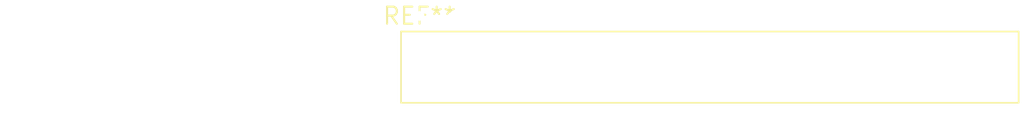
<source format=kicad_pcb>
(kicad_pcb (version 20240108) (generator pcbnew)
  (layers (0 "F.Cu" signal) (31 "B.Cu" signal) (34 "B.Paste" user) (35 "F.Paste" user) (36 "B.SilkS" user "B.Silkscreen") (37 "F.SilkS" user "F.Silkscreen") (38 "B.Mask" user) (39 "F.Mask" user) (44 "Edge.Cuts" user))
  (net 0 "")
  (footprint "Samtec_HLE-118-02-xx-DV-PE-LC_2x18_P2.54mm_Horizontal" (layer "F.Cu") (at 0 0)
    (property "Reference" "REF**")
    (property "Value" "Samtec_HLE-118-02-xx-DV-PE-LC_2x18_P2.54mm_Horizontal")
    (fp_line (start -1.38 1.16) (end 44.56 1.16) (layer "F.SilkS") (stroke (width 0.12)))
    (fp_line (start -1.38 6.46) (end -1.38 1.16) (layer "F.SilkS") (stroke (width 0.12)))
    (fp_line (start 44.56 1.16) (end 44.56 6.46) (layer "F.SilkS") (stroke (width 0.12)))
    (fp_line (start 44.56 6.46) (end -1.38 6.46) (layer "F.SilkS") (stroke (width 0.12)))
    (pad "" np_thru_hole circle (at 0 2.54) (size 1.4 1.4) (drill 1.4) (layers *.Cu *.Mask))
    (pad "" np_thru_hole circle (at 0 5.08) (size 1.4 1.4) (drill 1.4) (layers *.Cu *.Mask))
    (pad "" np_thru_hole circle (at 1.27 3.81) (size 1.19 1.19) (drill 1.19) (layers *.Cu *.Mask))
    (pad "" np_thru_hole circle (at 2.54 2.54) (size 1.4 1.4) (drill 1.4) (layers *.Cu *.Mask))
    (pad "" np_thru_hole circle (at 2.54 5.08) (size 1.4 1.4) (drill 1.4) (layers *.Cu *.Mask))
    (pad "" np_thru_hole circle (at 5.08 2.54) (size 1.4 1.4) (drill 1.4) (layers *.Cu *.Mask))
    (pad "" np_thru_hole circle (at 5.08 5.08) (size 1.4 1.4) (drill 1.4) (layers *.Cu *.Mask))
    (pad "" np_thru_hole circle (at 7.62 2.54) (size 1.4 1.4) (drill 1.4) (layers *.Cu *.Mask))
    (pad "" np_thru_hole circle (at 7.62 5.08) (size 1.4 1.4) (drill 1.4) (layers *.Cu *.Mask))
    (pad "" np_thru_hole circle (at 10.16 2.54) (size 1.4 1.4) (drill 1.4) (layers *.Cu *.Mask))
    (pad "" np_thru_hole circle (at 10.16 5.08) (size 1.4 1.4) (drill 1.4) (layers *.Cu *.Mask))
    (pad "" np_thru_hole circle (at 12.7 2.54) (size 1.4 1.4) (drill 1.4) (layers *.Cu *.Mask))
    (pad "" np_thru_hole circle (at 12.7 5.08) (size 1.4 1.4) (drill 1.4) (layers *.Cu *.Mask))
    (pad "" np_thru_hole circle (at 15.24 2.54) (size 1.4 1.4) (drill 1.4) (layers *.Cu *.Mask))
    (pad "" np_thru_hole circle (at 15.24 5.08) (size 1.4 1.4) (drill 1.4) (layers *.Cu *.Mask))
    (pad "" np_thru_hole circle (at 17.78 2.54) (size 1.4 1.4) (drill 1.4) (layers *.Cu *.Mask))
    (pad "" np_thru_hole circle (at 17.78 5.08) (size 1.4 1.4) (drill 1.4) (layers *.Cu *.Mask))
    (pad "" np_thru_hole circle (at 20.32 2.54) (size 1.4 1.4) (drill 1.4) (layers *.Cu *.Mask))
    (pad "" np_thru_hole circle (at 20.32 5.08) (size 1.4 1.4) (drill 1.4) (layers *.Cu *.Mask))
    (pad "" np_thru_hole circle (at 22.86 2.54) (size 1.4 1.4) (drill 1.4) (layers *.Cu *.Mask))
    (pad "" np_thru_hole circle (at 22.86 5.08) (size 1.4 1.4) (drill 1.4) (layers *.Cu *.Mask))
    (pad "" np_thru_hole circle (at 25.4 2.54) (size 1.4 1.4) (drill 1.4) (layers *.Cu *.Mask))
    (pad "" np_thru_hole circle (at 25.4 5.08) (size 1.4 1.4) (drill 1.4) (layers *.Cu *.Mask))
    (pad "" np_thru_hole circle (at 27.94 2.54) (size 1.4 1.4) (drill 1.4) (layers *.Cu *.Mask))
    (pad "" np_thru_hole circle (at 27.94 5.08) (size 1.4 1.4) (drill 1.4) (layers *.Cu *.Mask))
    (pad "" np_thru_hole circle (at 30.48 2.54) (size 1.4 1.4) (drill 1.4) (layers *.Cu *.Mask))
    (pad "" np_thru_hole circle (at 30.48 5.08) (size 1.4 1.4) (drill 1.4) (layers *.Cu *.Mask))
    (pad "" np_thru_hole circle (at 33.02 2.54) (size 1.4 1.4) (drill 1.4) (layers *.Cu *.Mask))
    (pad "" np_thru_hole circle (at 33.02 5.08) (size 1.4 1.4) (drill 1.4) (layers *.Cu *.Mask))
    (pad "" np_thru_hole circle (at 35.56 2.54) (size 1.4 1.4) (drill 1.4) (layers *.Cu *.Mask))
    (pad "" np_thru_hole circle (at 35.56 5.08) (size 1.4 1.4) (drill 1.4) (layers *.Cu *.Mask))
    (pad "" np_thru_hole circle (at 38.1 2.54) (size 1.4 1.4) (drill 1.4) (layers *.Cu *.Mask))
    (pad "" np_thru_hole circle (at 38.1 5.08) (size 1.4 1.4) (drill 1.4) (layers *.Cu *.Mask))
    (pad "" np_thru_hole circle (at 40.64 2.54) (size 1.4 1.4) (drill 1.4) (layers *.Cu *.Mask))
    (pad "" np_thru_hole circle (at 40.64 5.08) (size 1.4 1.4) (drill 1.4) (layers *.Cu *.Mask))
    (pad "" np_thru_hole circle (at 41.91 3.81) (size 1.19 1.19) (drill 1.19) (layers *.Cu *.Mask))
    (pad "" np_thru_hole circle (at 43.18 2.54) (size 1.4 1.4) (drill 1.4) (layers *.Cu *.Mask))
    (pad "" np_thru_hole circle (at 43.18 5.08) (size 1.4 1.4) (drill 1.4) (layers *.Cu *.Mask))
    (pad "1" thru_hole roundrect (at 0 0) (size 1.31 1.31) (drill 0.71) (layers *.Cu *.Mask) (remove_unused_layers) (roundrect_rratio 0.19084))
    (pad "2" thru_hole circle (at 0 7.62) (size 1.31 1.31) (drill 0.71) (layers *.Cu *.Mask) (remove_unused_layers))
    (pad "3" thru_hole circle (at 2.54 0) (size 1.31 1.31) (drill 0.71) (layers *.Cu *.Mask) (remove_unused_layers))
    (pad "4" thru_hole circle (at 2.54 7.62) (size 1.31 1.31) (drill 0.71) (layers *.Cu *.Mask) (remove_unused_layers))
    (pad "5" thru_hole circle (at 5.08 0) (size 1.31 1.31) (drill 0.71) (layers *.Cu *.Mask) (remove_unused_layers))
    (pad "6" thru_hole circle (at 5.08 7.62) (size 1.31 1.31) (drill 0.71) (layers *.Cu *.Mask) (remove_unused_layers))
    (pad "7" thru_hole circle (at 7.62 0) (size 1.31 1.31) (drill 0.71) (layers *.Cu *.Mask) (remove_unused_layers))
    (pad "8" thru_hole circle (at 7.62 7.62) (size 1.31 1.31) (drill 0.71) (layers *.Cu *.Mask) (remove_unused_layers))
    (pad "9" thru_hole circle (at 10.16 0) (size 1.31 1.31) (drill 0.71) (layers *.Cu *.Mask) (remove_unused_layers))
    (pad "10" thru_hole circle (at 10.16 7.62) (size 1.31 1.31) (drill 0.71) (layers *.Cu *.Mask) (remove_unused_layers))
    (pad "11" thru_hole circle (at 12.7 0) (size 1.31 1.31) (drill 0.71) (layers *.Cu *.Mask) (remove_unused_layers))
    (pad "12" thru_hole circle (at 12.7 7.62) (size 1.31 1.31) (drill 0.71) (layers *.Cu *.Mask) (remove_unused_layers))
    (pad "13" thru_hole circle (at 15.24 0) (size 1.31 1.31) (drill 0.71) (layers *.Cu *.Mask) (remove_unused_layers))
    (pad "14" thru_hole circle (at 15.24 7.62) (size 1.31 1.31) (drill 0.71) (layers *.Cu *.Mask) (remove_unused_layers))
    (pad "15" thru_hole circle (at 17.78 0) (size 1.31 1.31) (drill 0.71) (layers *.Cu *.Mask) (remove_unused_layers))
    (pad "16" thru_hole circle (at 17.78 7.62) (size 1.31 1.31) (drill 0.71) (layers *.Cu *.Mask) (remove_unused_layers))
    (pad "17" thru_hole circle (at 20.32 0) (size 1.31 1.31) (drill 0.71) (layers *.Cu *.Mask) (remove_unused_layers))
    (pad "18" thru_hole circle (at 20.32 7.62) (size 1.31 1.31) (drill 0.71) (layers *.Cu *.Mask) (remove_unused_layers))
    (pad "19" thru_hole circle (at 22.86 0) (size 1.31 1.31) (drill 0.71) (layers *.Cu *.Mask) (remove_unused_layers))
    (pad "20" thru_hole circle (at 22.86 7.62) (size 1.31 1.31) (drill 0.71) (layers *.Cu *.Mask) (remove_unused_layers))
    (pad "21" thru_hole circle (at 25.4 0) (size 1.31 1.31) (drill 0.71) (layers *.Cu *.Mask) (remove_unused_layers))
    (pad "22" thru_hole circle (at 25.4 7.62) (size 1.31 1.31) (drill 0.71) (layers *.Cu *.Mask) (remove_unused_layers))
    (pad "23" thru_hole circle (at 27.94 0) (size 1.31 1.31) (drill 0.71) (layers *.Cu *.Mask) (remove_unused_layers))
    (pad "24" thru_hole circle (at 27.94 7.62) (size 1.31 1.31) (drill 0.71) (layers *.Cu *.Mask) (remove_unused_layers))
    (pad "25" thru_hole circle (at 30.48 0) (size 1.31 1.31) (drill 0.71) (layers *.Cu *.Mask) (remove_unused_layers))
    (pad "26" thru_hole circle (at 30.48 7.62) (size 1.31 1.31) (drill 0.71) (layers *.Cu *.Mask) (remove_unused_layers))
    (pad "27" thru_hole circle (at 33.02 0) (size 1.31 1.31) (drill 0.71) (layers *.Cu *.Mask) (remove_unused_layers))
    (pad "28" thru_hole circle (at 33.02 7.62) (size 1.31 1.31) (drill 0.71) (layers *.Cu *.Mask) (remove_unused_layers))
    (pad "29" thru_hole circle (at 35.56 0) (size 1.31 1.31) (drill 0.71) (layers *.Cu *.Mask) (remove_unused_layers))
    (pad "30" thru_hole circle (at 35.56 7.62) (size 1.31 1.31) (drill 0.71) (layers *.Cu *.Mask) (remove_unused_layers))
    (pad "31" thru_hole circle (at 38.1 0) (size 1.31 1.31) (drill 0.71) (layers *.Cu *.Mask) (remove_unused_layers))
    (pad "32" thru_hole circle (at 38.1 7.62) (size 1.31 1.31) (drill 0.71) (layers *.Cu *.Mask) (remove_unused_layers))
    (pad "33" thru_hole circle (at 40.64 0) (size 1.31 1.31) (drill 0.71) (layers *.Cu *.Mask) (remove_unused_layers))
    (pad "34" thru_hole circle (at 40.64 7.62) (size 1.31 1.31) (drill 0.71) (layers *.Cu *.Mask) (remove_unused_layers))
    (pad "35" thru_hole circle (at 43.18 0) (size 1.31 1.31) (drill 0.71) (layers *.Cu *.Mask) (remove_unused_layers))
    (pad "36" thru_hole circle (at 43.18 7.62) (size 1.31 1.31) (drill 0.71) (layers *.Cu *.Mask) (remove_unused_layers))
  )
)
</source>
